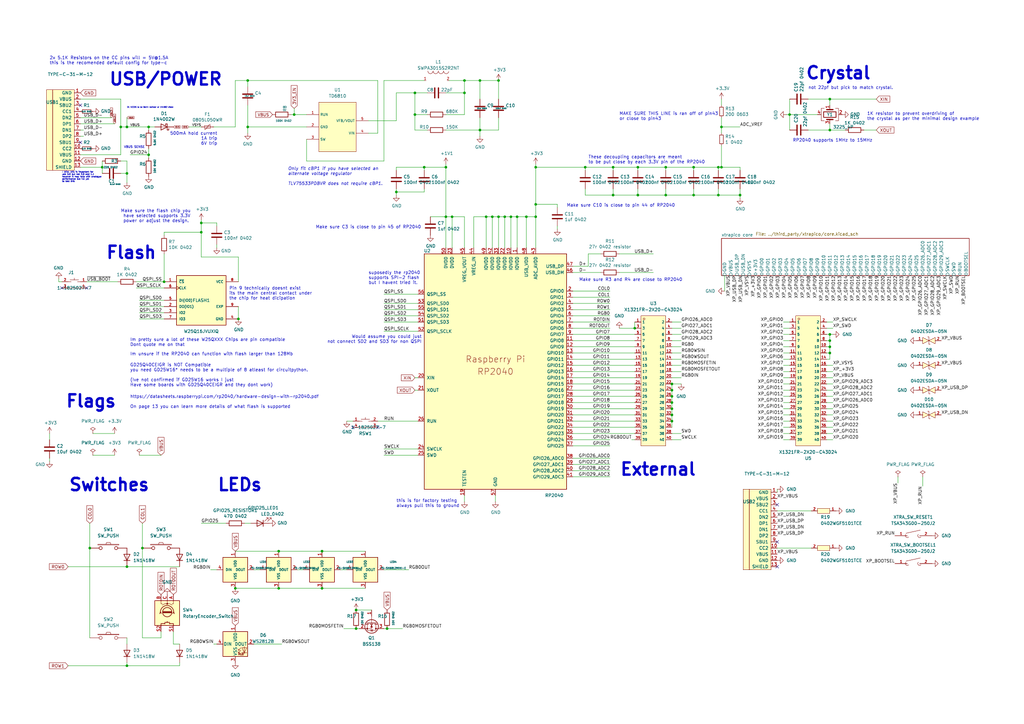
<source format=kicad_sch>
(kicad_sch (version 20230121) (generator eeschema)
  (paper "A3")
  (title_block (title "picopico") (date "2024-02-06") (rev "rev0") (company "zeriyoshi") (comment 1 "RP2040 Schema based from PICO-BOOT"))
  (junction (at 82.55 95.25))
  (junction (at 294.64 68.58))
  (junction (at 215.9 88.9))
  (junction (at 97.79 130.81))
  (junction (at 273.05 80.01))
  (junction (at 146.05 257.81))
  (junction (at 212.09 88.9))
  (junction (at 260.35 134.62))
  (junction (at 219.71 68.58))
  (junction (at 207.01 88.9))
  (junction (at 294.64 80.01))
  (junction (at 60.96 52.07))
  (junction (at 170.18 38.1))
  (junction (at 52.07 273.05))
  (junction (at 196.85 33.02))
  (junction (at 36.83 224.79))
  (junction (at 209.55 88.9))
  (junction (at 340.36 53.34))
  (junction (at 340.36 40.64))
  (junction (at 158.75 257.81))
  (junction (at 201.93 88.9))
  (junction (at 295.91 52.07))
  (junction (at 173.99 68.58))
  (junction (at 275.59 172.72))
  (junction (at 284.48 80.01))
  (junction (at 101.6 52.07))
  (junction (at 96.52 241.3))
  (junction (at 52.07 71.12))
  (junction (at 204.47 33.02))
  (junction (at 219.71 88.9))
  (junction (at 52.07 52.07))
  (junction (at 114.3 241.3))
  (junction (at 67.31 115.57))
  (junction (at 275.59 157.48))
  (junction (at 60.96 63.5))
  (junction (at 251.46 80.01))
  (junction (at 58.42 224.79))
  (junction (at 261.62 68.58))
  (junction (at 170.18 46.99))
  (junction (at 275.59 160.02))
  (junction (at 340.36 139.7))
  (junction (at 82.55 91.44))
  (junction (at 275.59 167.64))
  (junction (at 185.42 88.9))
  (junction (at 190.5 38.1))
  (junction (at 204.47 88.9))
  (junction (at 182.88 88.9))
  (junction (at 199.39 88.9))
  (junction (at 182.88 68.58))
  (junction (at 132.08 226.06))
  (junction (at 340.36 144.78))
  (junction (at 275.59 170.18))
  (junction (at 284.48 68.58))
  (junction (at 41.91 68.58))
  (junction (at 251.46 68.58))
  (junction (at 340.36 142.24))
  (junction (at 323.85 46.99))
  (junction (at 120.65 46.99))
  (junction (at 146.05 250.19))
  (junction (at 261.62 80.01))
  (junction (at 273.05 68.58))
  (junction (at 190.5 33.02))
  (junction (at 275.59 165.1))
  (junction (at 340.36 137.16))
  (junction (at 219.71 83.82))
  (junction (at 101.6 33.02))
  (junction (at 52.07 232.41))
  (junction (at 196.85 53.34))
  (junction (at 132.08 241.3))
  (junction (at 49.53 52.07))
  (junction (at 114.3 226.06))
  (junction (at 303.53 80.01))
  (junction (at 240.03 68.58))
  (junction (at 162.56 78.74))
  (junction (at 295.91 68.58))
  (junction (at 275.59 162.56))
  (no_connect (at 154.94 175.26))
  (no_connect (at 144.78 175.26))
  (no_connect (at 318.77 207.01))
  (no_connect (at 318.77 232.41))
  (no_connect (at 25.4 118.11))
  (no_connect (at 35.56 118.11))
  (no_connect (at 318.77 222.25))
  (no_connect (at 33.02 43.18))
  (no_connect (at 33.02 58.42))
  (wire (pts (xy 86.36 233.68) (xy 88.9 233.68)))
  (wire (pts (xy 378.46 195.58) (xy 378.46 199.39)))
  (wire (pts (xy 234.95 129.54) (xy 250.19 129.54)))
  (wire (pts (xy 96.52 52.07) (xy 96.52 33.02)))
  (wire (pts (xy 234.95 193.04) (xy 250.19 193.04)))
  (wire (pts (xy 209.55 101.6) (xy 209.55 88.9)))
  (wire (pts (xy 339.09 137.16) (xy 340.36 137.16)))
  (wire (pts (xy 303.53 68.58) (xy 303.53 69.85)))
  (wire (pts (xy 321.31 172.72) (xy 323.85 172.72)))
  (wire (pts (xy 101.6 33.02) (xy 101.6 35.56)))
  (wire (pts (xy 234.95 175.26) (xy 260.35 175.26)))
  (wire (pts (xy 171.45 135.89) (xy 157.48 135.89)))
  (wire (pts (xy 234.95 132.08) (xy 250.19 132.08)))
  (wire (pts (xy 101.6 52.07) (xy 101.6 54.61)))
  (wire (pts (xy 234.95 144.78) (xy 260.35 144.78)))
  (wire (pts (xy 157.48 132.08) (xy 171.45 132.08)))
  (wire (pts (xy 190.5 203.2) (xy 190.5 205.74)))
  (wire (pts (xy 340.36 53.34) (xy 331.47 53.34)))
  (wire (pts (xy 219.71 68.58) (xy 219.71 83.82)))
  (wire (pts (xy 240.03 80.01) (xy 251.46 80.01)))
  (wire (pts (xy 170.18 46.99) (xy 170.18 53.34)))
  (wire (pts (xy 295.91 52.07) (xy 295.91 54.61)))
  (wire (pts (xy 339.09 132.08) (xy 341.63 132.08)))
  (wire (pts (xy 207.01 101.6) (xy 207.01 88.9)))
  (wire (pts (xy 190.5 101.6) (xy 190.5 88.9)))
  (wire (pts (xy 171.45 184.15) (xy 157.48 184.15)))
  (wire (pts (xy 275.59 165.1) (xy 275.59 167.64)))
  (wire (pts (xy 182.88 67.31) (xy 182.88 68.58)))
  (wire (pts (xy 234.95 162.56) (xy 260.35 162.56)))
  (wire (pts (xy 297.18 113.03) (xy 297.18 119.38)))
  (wire (pts (xy 273.05 80.01) (xy 261.62 80.01)))
  (wire (pts (xy 339.09 180.34) (xy 341.63 180.34)))
  (wire (pts (xy 162.56 49.53) (xy 151.13 49.53)))
  (wire (pts (xy 190.5 46.99) (xy 182.88 46.99)))
  (wire (pts (xy 82.55 105.41) (xy 97.79 105.41)))
  (wire (pts (xy 170.18 53.34) (xy 175.26 53.34)))
  (wire (pts (xy 170.18 38.1) (xy 162.56 38.1)))
  (wire (pts (xy 170.18 38.1) (xy 170.18 46.99)))
  (wire (pts (xy 33.02 68.58) (xy 41.91 68.58)))
  (wire (pts (xy 67.31 123.19) (xy 57.15 123.19)))
  (wire (pts (xy 241.3 104.14) (xy 246.38 104.14)))
  (wire (pts (xy 60.96 52.07) (xy 63.5 52.07)))
  (wire (pts (xy 157.48 129.54) (xy 171.45 129.54)))
  (wire (pts (xy 295.91 40.64) (xy 295.91 43.18)))
  (wire (pts (xy 203.2 203.2) (xy 203.2 205.74)))
  (wire (pts (xy 53.34 63.5) (xy 60.96 63.5)))
  (wire (pts (xy 38.1 186.69) (xy 46.99 186.69)))
  (wire (pts (xy 346.71 53.34) (xy 340.36 53.34)))
  (wire (pts (xy 240.03 77.47) (xy 240.03 80.01)))
  (wire (pts (xy 321.31 137.16) (xy 323.85 137.16)))
  (wire (pts (xy 234.95 157.48) (xy 260.35 157.48)))
  (wire (pts (xy 49.53 40.64) (xy 49.53 52.07)))
  (wire (pts (xy 340.36 147.32) (xy 339.09 147.32)))
  (wire (pts (xy 204.47 88.9) (xy 207.01 88.9)))
  (wire (pts (xy 318.77 224.79) (xy 332.74 224.79)))
  (wire (pts (xy 294.64 68.58) (xy 295.91 68.58)))
  (wire (pts (xy 48.26 115.57) (xy 35.56 115.57)))
  (wire (pts (xy 157.48 127) (xy 171.45 127)))
  (wire (pts (xy 321.31 180.34) (xy 323.85 180.34)))
  (wire (pts (xy 275.59 157.48) (xy 279.4 157.48)))
  (wire (pts (xy 275.59 134.62) (xy 279.4 134.62)))
  (wire (pts (xy 275.59 180.34) (xy 279.4 180.34)))
  (wire (pts (xy 340.36 139.7) (xy 340.36 142.24)))
  (wire (pts (xy 92.71 214.63) (xy 82.55 214.63)))
  (wire (pts (xy 157.48 124.46) (xy 171.45 124.46)))
  (wire (pts (xy 147.32 257.81) (xy 146.05 257.81)))
  (wire (pts (xy 170.18 38.1) (xy 175.26 38.1)))
  (wire (pts (xy 120.65 46.99) (xy 120.65 44.45)))
  (wire (pts (xy 234.95 182.88) (xy 250.19 182.88)))
  (wire (pts (xy 321.31 142.24) (xy 323.85 142.24)))
  (wire (pts (xy 182.88 38.1) (xy 190.5 38.1)))
  (wire (pts (xy 60.96 52.07) (xy 60.96 53.34)))
  (wire (pts (xy 212.09 88.9) (xy 215.9 88.9)))
  (wire (pts (xy 240.03 69.85) (xy 240.03 68.58)))
  (wire (pts (xy 173.99 69.85) (xy 173.99 68.58)))
  (wire (pts (xy 52.07 66.04) (xy 52.07 71.12)))
  (wire (pts (xy 58.42 261.62) (xy 66.04 261.62)))
  (wire (pts (xy 339.09 175.26) (xy 341.63 175.26)))
  (wire (pts (xy 321.31 157.48) (xy 323.85 157.48)))
  (wire (pts (xy 149.86 241.3) (xy 132.08 241.3)))
  (wire (pts (xy 162.56 38.1) (xy 162.56 49.53)))
  (wire (pts (xy 38.1 177.8) (xy 46.99 177.8)))
  (wire (pts (xy 321.31 170.18) (xy 323.85 170.18)))
  (wire (pts (xy 321.31 165.1) (xy 323.85 165.1)))
  (wire (pts (xy 204.47 33.02) (xy 204.47 40.64)))
  (wire (pts (xy 321.31 154.94) (xy 323.85 154.94)))
  (wire (pts (xy 114.3 226.06) (xy 132.08 226.06)))
  (wire (pts (xy 340.36 144.78) (xy 339.09 144.78)))
  (wire (pts (xy 41.91 68.58) (xy 41.91 71.12)))
  (wire (pts (xy 101.6 52.07) (xy 125.73 52.07)))
  (wire (pts (xy 254 111.76) (xy 267.97 111.76)))
  (wire (pts (xy 97.79 115.57) (xy 97.79 105.41)))
  (wire (pts (xy 234.95 177.8) (xy 260.35 177.8)))
  (wire (pts (xy 162.56 77.47) (xy 162.56 78.74)))
  (wire (pts (xy 201.93 88.9) (xy 204.47 88.9)))
  (wire (pts (xy 49.53 52.07) (xy 49.53 63.5)))
  (wire (pts (xy 339.09 167.64) (xy 341.63 167.64)))
  (wire (pts (xy 100.33 214.63) (xy 102.87 214.63)))
  (wire (pts (xy 162.56 69.85) (xy 162.56 68.58)))
  (wire (pts (xy 196.85 48.26) (xy 196.85 53.34)))
  (wire (pts (xy 273.05 69.85) (xy 273.05 68.58)))
  (wire (pts (xy 67.31 130.81) (xy 57.15 130.81)))
  (wire (pts (xy 234.95 170.18) (xy 260.35 170.18)))
  (wire (pts (xy 196.85 33.02) (xy 204.47 33.02)))
  (wire (pts (xy 146.05 250.19) (xy 152.4 250.19)))
  (wire (pts (xy 261.62 77.47) (xy 261.62 80.01)))
  (wire (pts (xy 261.62 69.85) (xy 261.62 68.58)))
  (wire (pts (xy 318.77 200.66) (xy 318.77 201.93)))
  (wire (pts (xy 294.64 80.01) (xy 284.48 80.01)))
  (wire (pts (xy 154.94 172.72) (xy 171.45 172.72)))
  (wire (pts (xy 340.36 144.78) (xy 340.36 147.32)))
  (wire (pts (xy 139.7 233.68) (xy 142.24 233.68)))
  (wire (pts (xy 321.31 139.7) (xy 323.85 139.7)))
  (wire (pts (xy 20.32 177.8) (xy 20.32 180.34)))
  (wire (pts (xy 171.45 186.69) (xy 157.48 186.69)))
  (wire (pts (xy 162.56 68.58) (xy 173.99 68.58)))
  (wire (pts (xy 254 104.14) (xy 267.97 104.14)))
  (wire (pts (xy 294.64 80.01) (xy 303.53 80.01)))
  (wire (pts (xy 82.55 95.25) (xy 82.55 105.41)))
  (wire (pts (xy 52.07 52.07) (xy 52.07 48.26)))
  (wire (pts (xy 259.08 180.34) (xy 260.35 180.34)))
  (wire (pts (xy 204.47 53.34) (xy 204.47 48.26)))
  (wire (pts (xy 323.85 46.99) (xy 323.85 40.64)))
  (wire (pts (xy 88.9 91.44) (xy 82.55 91.44)))
  (wire (pts (xy 323.85 53.34) (xy 323.85 46.99)))
  (wire (pts (xy 60.96 60.96) (xy 60.96 63.5)))
  (wire (pts (xy 157.48 233.68) (xy 167.64 233.68)))
  (wire (pts (xy 96.52 226.06) (xy 114.3 226.06)))
  (wire (pts (xy 339.09 152.4) (xy 341.63 152.4)))
  (wire (pts (xy 185.42 101.6) (xy 185.42 88.9)))
  (wire (pts (xy 173.99 68.58) (xy 182.88 68.58)))
  (wire (pts (xy 275.59 142.24) (xy 279.4 142.24)))
  (wire (pts (xy 240.03 68.58) (xy 251.46 68.58)))
  (wire (pts (xy 234.95 180.34) (xy 250.19 180.34)))
  (wire (pts (xy 132.08 241.3) (xy 114.3 241.3)))
  (wire (pts (xy 24.13 115.57) (xy 24.13 114.3)))
  (wire (pts (xy 275.59 152.4) (xy 279.4 152.4)))
  (wire (pts (xy 162.56 78.74) (xy 162.56 80.01)))
  (wire (pts (xy 339.09 172.72) (xy 341.63 172.72)))
  (wire (pts (xy 157.48 33.02) (xy 157.48 66.04)))
  (wire (pts (xy 275.59 172.72) (xy 275.59 175.26)))
  (wire (pts (xy 284.48 68.58) (xy 294.64 68.58)))
  (wire (pts (xy 219.71 83.82) (xy 219.71 88.9)))
  (wire (pts (xy 73.66 273.05) (xy 73.66 271.78)))
  (wire (pts (xy 170.18 154.94) (xy 171.45 154.94)))
  (wire (pts (xy 194.31 101.6) (xy 194.31 88.9)))
  (wire (pts (xy 321.31 144.78) (xy 323.85 144.78)))
  (wire (pts (xy 275.59 154.94) (xy 279.4 154.94)))
  (wire (pts (xy 182.88 88.9) (xy 176.53 88.9)))
  (wire (pts (xy 251.46 69.85) (xy 251.46 68.58)))
  (wire (pts (xy 41.91 68.58) (xy 41.91 66.04)))
  (wire (pts (xy 58.42 224.79) (xy 58.42 261.62)))
  (wire (pts (xy 57.15 186.69) (xy 66.04 186.69)))
  (wire (pts (xy 303.53 81.28) (xy 303.53 80.01)))
  (wire (pts (xy 82.55 90.17) (xy 82.55 91.44)))
  (wire (pts (xy 101.6 33.02) (xy 154.94 33.02)))
  (wire (pts (xy 55.88 115.57) (xy 67.31 115.57)))
  (wire (pts (xy 20.32 187.96) (xy 20.32 189.23)))
  (wire (pts (xy 234.95 119.38) (xy 250.19 119.38)))
  (wire (pts (xy 234.95 154.94) (xy 260.35 154.94)))
  (wire (pts (xy 275.59 157.48) (xy 275.59 160.02)))
  (wire (pts (xy 171.45 160.02) (xy 170.18 160.02)))
  (wire (pts (xy 323.85 46.99) (xy 322.58 46.99)))
  (wire (pts (xy 251.46 68.58) (xy 261.62 68.58)))
  (wire (pts (xy 234.95 137.16) (xy 260.35 137.16)))
  (wire (pts (xy 125.73 66.04) (xy 125.73 57.15)))
  (wire (pts (xy 275.59 147.32) (xy 279.4 147.32)))
  (wire (pts (xy 52.07 273.05) (xy 27.94 273.05)))
  (wire (pts (xy 275.59 139.7) (xy 279.4 139.7)))
  (wire (pts (xy 171.45 120.65) (xy 157.48 120.65)))
  (wire (pts (xy 295.91 68.58) (xy 295.91 59.69)))
  (wire (pts (xy 157.48 66.04) (xy 125.73 66.04)))
  (wire (pts (xy 199.39 88.9) (xy 201.93 88.9)))
  (wire (pts (xy 234.95 152.4) (xy 260.35 152.4)))
  (wire (pts (xy 55.88 118.11) (xy 67.31 118.11)))
  (wire (pts (xy 67.31 104.14) (xy 67.31 115.57)))
  (wire (pts (xy 49.53 66.04) (xy 52.07 66.04)))
  (wire (pts (xy 234.95 134.62) (xy 250.19 134.62)))
  (wire (pts (xy 215.9 88.9) (xy 219.71 88.9)))
  (wire (pts (xy 204.47 101.6) (xy 204.47 88.9)))
  (wire (pts (xy 33.02 53.34) (xy 34.29 53.34)))
  (wire (pts (xy 52.07 264.16) (xy 52.07 261.62)))
  (wire (pts (xy 49.53 63.5) (xy 33.02 63.5)))
  (wire (pts (xy 340.36 40.64) (xy 359.41 40.64)))
  (wire (pts (xy 234.95 142.24) (xy 260.35 142.24)))
  (wire (pts (xy 33.02 55.88) (xy 34.29 55.88)))
  (wire (pts (xy 121.92 233.68) (xy 124.46 233.68)))
  (wire (pts (xy 173.99 33.02) (xy 157.48 33.02)))
  (wire (pts (xy 71.12 264.16) (xy 73.66 264.16)))
  (wire (pts (xy 251.46 80.01) (xy 261.62 80.01)))
  (wire (pts (xy 67.31 95.25) (xy 82.55 95.25)))
  (wire (pts (xy 219.71 83.82) (xy 228.6 83.82)))
  (wire (pts (xy 158.75 257.81) (xy 157.48 257.81)))
  (wire (pts (xy 295.91 48.26) (xy 295.91 52.07)))
  (wire (pts (xy 228.6 92.71) (xy 228.6 93.98)))
  (wire (pts (xy 275.59 132.08) (xy 279.4 132.08)))
  (wire (pts (xy 284.48 77.47) (xy 284.48 80.01)))
  (wire (pts (xy 58.42 214.63) (xy 58.42 224.79)))
  (wire (pts (xy 275.59 170.18) (xy 275.59 172.72)))
  (wire (pts (xy 36.83 224.79) (xy 36.83 261.62)))
  (wire (pts (xy 339.09 177.8) (xy 341.63 177.8)))
  (wire (pts (xy 196.85 33.02) (xy 196.85 40.64)))
  (wire (pts (xy 97.79 130.81) (xy 97.79 125.73)))
  (wire (pts (xy 234.95 111.76) (xy 246.38 111.76)))
  (wire (pts (xy 52.07 71.12) (xy 52.07 74.93)))
  (wire (pts (xy 273.05 77.47) (xy 273.05 80.01)))
  (wire (pts (xy 368.3 195.58) (xy 368.3 198.12)))
  (wire (pts (xy 303.53 77.47) (xy 303.53 80.01)))
  (wire (pts (xy 120.65 46.99) (xy 125.73 46.99)))
  (wire (pts (xy 114.3 241.3) (xy 96.52 241.3)))
  (wire (pts (xy 162.56 78.74) (xy 173.99 78.74)))
  (wire (pts (xy 228.6 85.09) (xy 228.6 83.82)))
  (wire (pts (xy 190.5 88.9) (xy 185.42 88.9)))
  (wire (pts (xy 321.31 177.8) (xy 323.85 177.8)))
  (wire (pts (xy 340.36 142.24) (xy 340.36 144.78)))
  (wire (pts (xy 321.31 132.08) (xy 323.85 132.08)))
  (wire (pts (xy 321.31 167.64) (xy 323.85 167.64)))
  (wire (pts (xy 234.95 195.58) (xy 250.19 195.58)))
  (wire (pts (xy 88.9 100.33) (xy 88.9 101.6)))
  (wire (pts (xy 254 134.62) (xy 260.35 134.62)))
  (wire (pts (xy 190.5 38.1) (xy 190.5 46.99)))
  (wire (pts (xy 294.64 77.47) (xy 294.64 80.01)))
  (wire (pts (xy 284.48 80.01) (xy 273.05 80.01)))
  (wire (pts (xy 82.55 91.44) (xy 82.55 95.25)))
  (wire (pts (xy 275.59 137.16) (xy 279.4 137.16)))
  (wire (pts (xy 119.38 46.99) (xy 120.65 46.99)))
  (wire (pts (xy 219.71 88.9) (xy 219.71 101.6)))
  (wire (pts (xy 87.63 264.16) (xy 88.9 264.16)))
  (wire (pts (xy 234.95 147.32) (xy 260.35 147.32)))
  (wire (pts (xy 184.15 33.02) (xy 190.5 33.02)))
  (wire (pts (xy 212.09 88.9) (xy 212.09 101.6)))
  (wire (pts (xy 154.94 33.02) (xy 154.94 54.61)))
  (wire (pts (xy 194.31 88.9) (xy 199.39 88.9)))
  (wire (pts (xy 354.33 53.34) (xy 359.41 53.34)))
  (wire (pts (xy 275.59 149.86) (xy 279.4 149.86)))
  (wire (pts (xy 234.95 165.1) (xy 260.35 165.1)))
  (wire (pts (xy 275.59 177.8) (xy 279.4 177.8)))
  (wire (pts (xy 219.71 67.31) (xy 219.71 68.58)))
  (wire (pts (xy 331.47 40.64) (xy 340.36 40.64)))
  (wire (pts (xy 104.14 233.68) (xy 106.68 233.68)))
  (wire (pts (xy 340.36 137.16) (xy 340.36 139.7)))
  (wire (pts (xy 251.46 80.01) (xy 251.46 77.47)))
  (wire (pts (xy 275.59 167.64) (xy 275.59 170.18)))
  (wire (pts (xy 170.18 46.99) (xy 175.26 46.99)))
  (wire (pts (xy 340.36 43.18) (xy 340.36 40.64)))
  (wire (pts (xy 52.07 232.41) (xy 27.94 232.41)))
  (wire (pts (xy 101.6 52.07) (xy 101.6 43.18)))
  (wire (pts (xy 234.95 121.92) (xy 250.19 121.92)))
  (wire (pts (xy 339.09 134.62) (xy 341.63 134.62)))
  (wire (pts (xy 340.36 142.24) (xy 339.09 142.24)))
  (wire (pts (xy 339.09 149.86) (xy 341.63 149.86)))
  (wire (pts (xy 234.95 167.64) (xy 260.35 167.64)))
  (wire (pts (xy 294.64 68.58) (xy 294.64 69.85)))
  (wire (pts (xy 275.59 160.02) (xy 275.59 162.56)))
  (wire (pts (xy 339.09 170.18) (xy 341.63 170.18)))
  (wire (pts (xy 154.94 54.61) (xy 151.13 54.61)))
  (wire (pts (xy 190.5 33.02) (xy 196.85 33.02)))
  (wire (pts (xy 132.08 226.06) (xy 149.86 226.06)))
  (wire (pts (xy 323.85 46.99) (xy 335.28 46.99)))
  (wire (pts (xy 234.95 139.7) (xy 260.35 139.7)))
  (wire (pts (xy 49.53 52.07) (xy 52.07 52.07)))
  (wire (pts (xy 260.35 132.08) (xy 260.35 134.62)))
  (wire (pts (xy 321.31 134.62) (xy 323.85 134.62)))
  (wire (pts (xy 234.95 172.72) (xy 260.35 172.72)))
  (wire (pts (xy 318.77 209.55) (xy 332.74 209.55)))
  (wire (pts (xy 182.88 88.9) (xy 182.88 101.6)))
  (wire (pts (xy 321.31 152.4) (xy 323.85 152.4)))
  (wire (pts (xy 321.31 149.86) (xy 323.85 149.86)))
  (wire (pts (xy 67.31 96.52) (xy 67.31 95.25)))
  (wire (pts (xy 158.75 257.81) (xy 165.1 257.81)))
  (wire (pts (xy 340.36 137.16) (xy 341.63 137.16)))
  (wire (pts (xy 321.31 175.26) (xy 323.85 175.26)))
  (wire (pts (xy 71.12 259.08) (xy 71.12 264.16)))
  (wire (pts (xy 340.36 139.7) (xy 339.09 139.7)))
  (wire (pts (xy 339.09 165.1) (xy 341.63 165.1)))
  (wire (pts (xy 52.07 232.41) (xy 73.66 232.41)))
  (wire (pts (xy 185.42 88.9) (xy 182.88 88.9)))
  (wire (pts (xy 209.55 88.9) (xy 212.09 88.9)))
  (wire (pts (xy 284.48 69.85) (xy 284.48 68.58)))
  (wire (pts (xy 33.02 50.8) (xy 46.99 50.8)))
  (wire (pts (xy 104.14 264.16) (xy 115.57 264.16)))
  (wire (pts (xy 321.31 147.32) (xy 323.85 147.32)))
  (wire (pts (xy 261.62 68.58) (xy 273.05 68.58)))
  (wire (pts (xy 140.97 257.81) (xy 146.05 257.81)))
  (wire (pts (xy 234.95 149.86) (xy 260.35 149.86)))
  (wire (pts (xy 234.95 187.96) (xy 250.19 187.96)))
  (wire (pts (xy 321.31 160.02) (xy 323.85 160.02)))
  (wire (pts (xy 234.95 190.5) (xy 250.19 190.5)))
  (wire (pts (xy 190.5 33.02) (xy 190.5 38.1)))
  (wire (pts (xy 340.36 53.34) (xy 340.36 50.8)))
  (wire (pts (xy 173.99 78.74) (xy 173.99 77.47)))
  (wire (pts (xy 182.88 53.34) (xy 196.85 53.34)))
  (wire (pts (xy 295.91 68.58) (xy 303.53 68.58)))
  (wire (pts (xy 321.31 162.56) (xy 323.85 162.56)))
  (wire (pts (xy 234.95 127) (xy 250.19 127)))
  (wire (pts (xy 33.02 40.64) (xy 49.53 40.64)))
  (wire (pts (xy 36.83 214.63) (xy 36.83 224.79)))
  (wire (pts (xy 201.93 101.6) (xy 201.93 88.9)))
  (wire (pts (xy 241.3 104.14) (xy 241.3 109.22)))
  (wire (pts (xy 207.01 88.9) (xy 209.55 88.9)))
  (wire (pts (xy 219.71 68.58) (xy 240.03 68.58)))
  (wire (pts (xy 339.09 162.56) (xy 341.63 162.56)))
  (wire (pts (xy 199.39 101.6) (xy 199.39 88.9)))
  (wire (pts (xy 182.88 68.58) (xy 182.88 88.9)))
  (wire (pts (xy 234.95 109.22) (xy 241.3 109.22)))
  (wire (pts (xy 234.95 124.46) (xy 250.19 124.46)))
  (wire (pts (xy 339.09 157.48) (xy 341.63 157.48)))
  (wire (pts (xy 25.4 115.57) (xy 24.13 115.57)))
  (wire (pts (xy 339.09 154.94) (xy 341.63 154.94)))
  (wire (pts (xy 144.78 172.72) (xy 142.24 172.72)))
  (wire (pts (xy 196.85 53.34) (xy 204.47 53.34)))
  (wire (pts (xy 67.31 128.27) (xy 57.15 128.27)))
  (wire (pts (xy 295.91 52.07) (xy 303.53 52.07)))
  (wire (pts (xy 49.53 71.12) (xy 52.07 71.12)))
  (wire (pts (xy 234.95 160.02) (xy 260.35 160.02)))
  (wire (pts (xy 87.63 52.07) (xy 96.52 52.07)))
  (wire (pts (xy 275.59 144.78) (xy 279.4 144.78)))
  (wire (pts (xy 196.85 55.88) (xy 196.85 53.34)))
  (wire (pts (xy 275.59 162.56) (xy 275.59 165.1)))
  (wire (pts (xy 273.05 68.58) (xy 284.48 68.58)))
  (wire (pts (xy 33.02 48.26) (xy 45.72 48.26)))
  (wire (pts (xy 77.47 52.07) (xy 82.55 52.07)))
  (wire (pts (xy 88.9 92.71) (xy 88.9 91.44)))
  (wire (pts (xy 52.07 273.05) (xy 52.07 271.78)))
  (wire (pts (xy 96.52 33.02) (xy 101.6 33.02)))
  (wire (pts (xy 52.07 52.07) (xy 60.96 52.07)))
  (wire (pts (xy 66.04 261.62) (xy 66.04 259.08)))
  (wire (pts (xy 60.96 63.5) (xy 60.96 64.77)))
  (wire (pts (xy 73.66 273.05) (xy 52.07 273.05)))
  (wire (pts (xy 57.15 125.73) (xy 67.31 125.73)))
  (wire (pts (xy 339.09 160.02) (xy 341.63 160.02)))
  (wire (pts (xy 215.9 101.6) (xy 215.9 88.9)))
  (text "I think this is important for \nusb 3.0 but not 2.0 and 1.1\nhowever it may help with analogue\nperformance but ive yet\nto test this" (at 25.4 74.93 0) (effects (font (size 0.6 0.6)) (justify left bottom)))
  (text "Switches" (at 27.94 201.93 0) (effects (font (size 5.0038 5.0038) (thickness 1.0008) bold) (justify left bottom)))
  (text "2x 5.1K Resistors on the CC pins will = 5V@1.5A\nthis is the recomended default config for type-c" (at 20.32 26.67 0) (effects (font (size 1.27 1.27)) (justify left bottom)))
  (text "Flash" (at 43.18 106.68 0) (effects (font (size 5.0038 5.0038) (thickness 1.0008) bold) (justify left bottom)))
  (text "D1 NEEDS to be 0omh resistor or 1N4002 diode" (at 52.07 44.45 0) (effects (font (size 0.508 0.508)) (justify left bottom)))
  (text "RP2040 supports 1MHz to 15MHz" (at 325.12 58.42 0) (effects (font (size 1.27 1.27)) (justify left bottom)))
  (text "LEDs" (at 88.9 201.93 0) (effects (font (size 5.0038 5.0038) (thickness 1.0008) bold) (justify left bottom)))
  (text "500mA hold current\n1A trip\n6V trip" (at 89.154 59.69 0) (effects (font (size 1.27 1.27)) (justify right bottom)))
  (text "Make sure C10 is close to pin 44 of RP2040" (at 232.41 85.09 0) (effects (font (size 1.27 1.27)) (justify left bottom)))
  (text "Crystal" (at 330.2 33.02 0) (effects (font (size 5.0038 5.0038) (thickness 1.0008) bold) (justify left bottom)))
  (text "not 22pf but pick to match crystal." (at 331.47 36.83 0) (effects (font (size 1.27 1.27)) (justify left bottom)))
  (text "These decoupling capacitors are meant\nto be put close by each 3.3V pin of the RP2040" (at 241.3 67.31 0) (effects (font (size 1.27 1.27)) (justify left bottom)))
  (text "Only fit cBP1 if you have selected an \nalternate voltage regulator\n\nTLV75533PDBVR does not require cBP1." (at 118.11 76.2 0) (effects (font (size 1.27 1.27) italic) (justify left bottom)))
  (text "Make sure R3 and R4 are close to RP2040" (at 237.49 115.57 0) (effects (font (size 1.27 1.27)) (justify left bottom)))
  (text "Make sure C3 is close to pin 45 of RP2040" (at 172.72 93.98 0) (effects (font (size 1.27 1.27)) (justify right bottom)))
  (text "External" (at 254 195.58 0) (effects (font (size 5.0038 5.0038) (thickness 1.0008) bold) (justify left bottom)))
  (text "Flags" (at 26.67 167.64 0) (effects (font (size 5.0038 5.0038) (thickness 1.0008) bold) (justify left bottom)))
  (text "USB/POWER" (at 44.45 35.56 0) (effects (font (size 5.0038 5.0038) (thickness 1.0008) bold) (justify left bottom)))
  (text "VBUS SENSE" (at 50.8 60.96 0) (effects (font (size 0.9 0.9)) (justify left bottom)))
  (text "Im unsure if the RP2040 can function with flash larger than 128Mb" (at 53.34 146.05 0) (effects (font (size 1.27 1.27)) (justify left bottom)))
  (text "this is for factory testing\nalways pull this to ground" (at 162.56 208.28 0) (effects (font (size 1.27 1.27)) (justify left bottom)))
  (text "MAKE SURE THIS LINE is ran off of pin43\nor close to pin43" (at 254 49.53 0) (effects (font (size 1.27 1.27)) (justify left bottom)))
  (text "Would assume you could just\nnot connect SD2 and SD3 for non QSPI" (at 172.974 140.97 0) (effects (font (size 1.27 1.27)) (justify right bottom)))
  (text "Make sure the flash chip you\n have selected supports 3.3V\n power or adjust the design." (at 49.53 91.44 0) (effects (font (size 1.27 1.27)) (justify left bottom)))
  (text "Pin 9 technically doesnt exist\nits the main central contact under\nthe chip for heat dicipation" (at 93.98 123.19 0) (effects (font (size 1.27 1.27)) (justify left bottom)))
  (text "1K resistor to prevent overdriving of \nthe crystal as per the minimal design example" (at 355.6 49.53 0) (effects (font (size 1.27 1.27)) (justify left bottom)))
  (text "GD25Q40CEIGR is NOT Compatible\nyou need GD25W16* needs to be a multiple of 8 atleast for circuitpython.\n\n(Ive not confirmed if GD25W16 works I just \nHave some boards with GD25Q40CEIGR and they dont work)" (at 53.34 158.75 0) (effects (font (size 1.27 1.27)) (justify left bottom)))
  (text "Im pretty sure a lot of these W25QXXX Chips are pin compatible\nDont quote me on that" (at 53.34 142.24 0) (effects (font (size 1.27 1.27)) (justify left bottom)))
  (text "suposedly the rp2040\nsupports SPI-2 flash\nbut I havent tried it.\n" (at 151.13 116.84 0) (effects (font (size 1.27 1.27)) (justify left bottom)))
  (text "https://datasheets.raspberrypi.com/rp2040/hardware-design-with-rp2040.pdf\n\nOn page 13 you can learn more details of what flash is supported\n" (at 53.34 167.64 0) (effects (font (size 1.27 1.27)) (justify left bottom)))
  (label "RGB0IN" (at 86.36 233.68 180))
  (label "USB_D+" (at 34.29 55.88 0))
  (label "XP_GPIO27_ADC1" (at 381 113.03 270))
  (label "USB_D+" (at 267.97 104.14 180))
  (label "GPIO8" (at 250.19 139.7 180))
  (label "XP_GPIO5" (at 325.12 113.03 270))
  (label "GPIO24" (at 250.19 180.34 180))
  (label "GPIO19" (at 250.19 167.64 180))
  (label "XP_GPIO14" (at 347.98 113.03 270))
  (label "GPIO27_ADC1" (at 250.19 190.5 180))
  (label "XP_GPIO29_ADC3" (at 341.63 157.48 0))
  (label "XP_GPIO0" (at 321.31 132.08 180))
  (label "XP_GPIO10" (at 321.31 157.48 180))
  (label "XP_GPIO15" (at 350.52 113.03 270))
  (label "GPIO24" (at 53.34 63.5 0))
  (label "XP_USB_DN" (at 386.08 170.18 0))
  (label "XP_GPIO19" (at 360.68 113.03 270))
  (label "GPIO14" (at 250.19 154.94 180))
  (label "RGB0OUT" (at 167.64 233.68 0))
  (label "XP_GPIO13" (at 345.44 113.03 270))
  (label "GPIO22" (at 250.19 175.26 180))
  (label "GPIO16" (at 250.19 160.02 180))
  (label "XP_GPIO16" (at 353.06 113.03 270))
  (label "SWD" (at 157.48 186.69 0))
  (label "XP_GPIO9" (at 335.28 113.03 270))
  (label "USB_D-" (at 34.29 53.34 0))
  (label "XP_RUN" (at 378.46 199.39 270))
  (label "SWD" (at 279.4 177.8 0))
  (label "RGB0" (at 279.4 142.24 0))
  (label "XP_USB_DP" (at 302.26 113.03 270))
  (label "D+" (at 237.49 109.22 0))
  (label "QSPI_SD1" (at 57.15 125.73 0))
  (label "XP_GPIO20" (at 341.63 180.34 0))
  (label "XP_USB_DN" (at 318.77 217.17 0))
  (label "GPIO18" (at 250.19 165.1 180))
  (label "XP_GPIO25" (at 375.92 113.03 270))
  (label "RGB0" (at 250.19 129.54 180))
  (label "XP_GPIO4" (at 322.58 113.03 270))
  (label "XP_GPIO5" (at 321.31 144.78 180))
  (label "XP_BOOTSEL" (at 396.24 113.03 270))
  (label "XP_GPIO17" (at 321.31 175.26 180))
  (label "XP_VSYS" (at 341.63 149.86 0))
  (label "XP_+3V3" (at 309.88 113.03 270))
  (label "GPIO29_ADC3" (at 279.4 139.7 0))
  (label "GPIO9" (at 250.19 142.24 180))
  (label "QSPI_SCLK" (at 55.88 118.11 0))
  (label "XP_GPIO29_ADC3" (at 386.08 113.03 270))
  (label "QSPI_SD0" (at 157.48 124.46 0))
  (label "XP_GPIO6" (at 327.66 113.03 270))
  (label "XP_GPIO12" (at 321.31 162.56 180))
  (label "COL1" (at 250.19 121.92 180))
  (label "D-" (at 237.49 111.76 0))
  (label "XP_GPIO7" (at 330.2 113.03 270))
  (label "ROT0OUT" (at 250.19 134.62 180))
  (label "XP_VBUS" (at 386.08 139.7 0))
  (label "GPIO17" (at 250.19 162.56 180))
  (label "XP_GPIO28_ADC2" (at 383.54 113.03 270))
  (label "XP_SWD" (at 391.16 113.03 270))
  (label "GPIO11" (at 250.19 147.32 180))
  (label "RGB0MOSFETOUT" (at 165.1 257.81 0))
  (label "XP_VSYS" (at 307.34 113.03 270))
  (label "XP_GPIO20" (at 363.22 113.03 270))
  (label "RGB0MOSFETOUT" (at 279.4 152.4 0))
  (label "XP_USB_DN" (at 304.8 113.03 270))
  (label "ROT0IN" (at 250.19 132.08 180))
  (label "ROW1" (at 250.19 127 180))
  (label "XP_GPIO26_ADC0" (at 341.63 165.1 0))
  (label "USB_D-" (at 34.29 48.26 0))
  (label "RGB0WSOUT" (at 279.4 147.32 0))
  (label "XP_SWCLK" (at 388.62 113.03 270))
  (label "COL0" (at 250.19 119.38 180))
  (label "GPIO13" (at 250.19 152.4 180))
  (label "XP_GPIO3" (at 320.04 113.03 270))
  (label "XP_USB_DP" (at 318.77 219.71 0))
  (label "RGB0WSIN" (at 87.63 264.16 180))
  (label "GPIO20" (at 250.19 170.18 180))
  (label "QSPI_SD2" (at 57.15 128.27 0))
  (label "QSPI_SD3" (at 57.15 130.81 0))
  (label "XP_GPIO13" (at 321.31 165.1 180))
  (label "XP_GPIO15" (at 321.31 170.18 180))
  (label "ROW0" (at 250.19 124.46 180))
  (label "XP_RUN" (at 393.7 113.03 270))
  (label "RGB0WSIN" (at 279.4 144.78 0))
  (label "GPIO10" (at 250.19 144.78 180))
  (label "XP_BOOTSEL" (at 367.03 231.14 180))
  (label "XP_GPIO21" (at 341.63 177.8 0))
  (label "XP_GPIO22" (at 341.63 175.26 0))
  (label "XP_GPIO7" (at 321.31 149.86 180))
  (label "XP_GPIO24" (at 341.63 170.18 0))
  (label "RGB0IN" (at 279.4 154.94 0))
  (label "GPIO7" (at 250.19 137.16 180))
  (label "XP_GPIO2" (at 317.5 113.03 270))
  (label "XP_SWCLK" (at 341.63 132.08 0))
  (label "VBUS" (at 53.34 52.07 0) (effects (font (size 0.9906 0.9906))))
  (label "XP_GPIO26_ADC0" (at 378.46 113.03 270))
  (label "XP_VBUS" (at 318.77 227.33 0))
  (label "XP_GPIO21" (at 365.76 113.03 270))
  (label "GPIO28_ADC2" (at 279.4 137.16 0))
  (label "XP_GPIO27_ADC1" (at 341.63 162.56 0))
  (label "XP_GPIO14" (at 321.31 167.64 180))
  (label "QSPI_SS" (at 58.42 115.57 0))
  (label "XP_+3V3" (at 341.63 152.4 0))
  (label "XP_VBUS" (at 341.63 154.94 0))
  (label "USB_D+" (at 34.29 50.8 0))
  (label "XP_GPIO11" (at 321.31 160.02 180))
  (label "XP_SWD" (at 341.63 134.62 0))
  (label "XP_GPIO1" (at 321.31 134.62 180))
  (label "ADC_VREF" (at 303.53 52.07 0))
  (label "GPIO21" (at 250.19 172.72 180))
  (label "XP_GPIO1" (at 314.96 113.03 270))
  (label "XP_GPIO11" (at 340.36 113.03 270))
  (label "XP_GPIO8" (at 332.74 113.03 270))
  (label "XP_GPIO22" (at 368.3 113.03 270))
  (label "QSPI_SCLK" (at 157.48 135.89 0))
  (label "XP_VBUS" (at 318.77 204.47 0))
  (label "XP_GPIO2" (at 321.31 137.16 180))
  (label "XP_GPIO10" (at 337.82 113.03 270))
  (label "XP_GPIO17" (at 355.6 113.03 270))
  (label "SWCLK" (at 279.4 180.34 0))
  (label "QSPI_SS" (at 157.48 120.65 0))
  (label "SWCLK" (at 157.48 184.15 0))
  (label "XP_GPIO18" (at 358.14 113.03 270))
  (label "XP_VBUS" (at 299.72 113.03 270))
  (label "XP_GPIO23" (at 341.63 172.72 0))
  (label "GPIO28_ADC2" (at 250.19 193.04 180))
  (label "XP_GPIO23" (at 370.84 113.03 270))
  (label "~{USB_BOOT}" (at 35.56 115.57 0))
  (label "XP_GPIO24" (at 373.38 113.03 270))
  (label "GPIO27_ADC1" (at 279.4 134.62 0))
  (label "XP_GPIO0" (at 312.42 113.03 270))
  (label "XP_GPIO18" (at 321.31 177.8 180))
  (label "XP_GPIO12" (at 342.9 113.03 270))
  (label "RUN" (at 157.48 172.72 0))
  (label "XP_GPIO25" (at 341.63 167.64 0))
  (label "XP_VBUS" (at 368.3 198.12 270))
  (label "QSPI_SD2" (at 157.48 129.54 0))
  (label "XP_GPIO3" (at 321.31 139.7 180))
  (label "VSYS" (at 78.74 52.07 0) (effects (font (size 0.9906 0.9906))))
  (label "GPIO25" (at 250.19 182.88 180))
  (label "XP_GPIO9" (at 321.31 154.94 180))
  (label "RGB0WSOUT" (at 115.57 264.16 0))
  (label "GPIO25" (at 82.55 214.63 0))
  (label "GPIO15" (at 250.19 157.48 180))
  (label "XP_GPIO16" (at 321.31 172.72 180))
  (label "XP_GPIO28_ADC2" (at 341.63 160.02 0))
  (label "RGB0MOSFETIN" (at 140.97 257.81 180))
  (label "GPIO12" (at 250.19 149.86 180))
  (label "QSPI_SD3" (at 157.48 132.08 0))
  (label "QSPI_SD1" (at 157.48 127 0))
  (label "RGB0OUT" (at 259.08 180.34 180))
  (label "XP_GPIO4" (at 321.31 142.24 180))
  (label "XP_GPIO8" (at 321.31 152.4 180))
  (label "USB_D-" (at 267.97 111.76 180))
  (label "XP_RUN" (at 367.03 219.71 180))
  (label "XP_VBUS" (at 386.08 149.86 0))
  (label "GPIO29_ADC3" (at 250.19 195.58 180))
  (label "XP_GPIO19" (at 321.31 180.34 180))
  (label "XP_USB_DN" (at 318.77 212.09 0))
  (label "RGB0MOSFETIN" (at 279.4 149.86 0))
  (label "GPIO26_ADC0" (at 250.19 187.96 180))
  (label "GPIO26_ADC0" (at 279.4 132.08 0))
  (label "XP_USB_DP" (at 318.77 214.63 0))
  (label "XP_GPIO6" (at 321.31 147.32 180))
  (label "XP_USB_DP" (at 386.08 160.02 0))
  (label "QSPI_SD0" (at 57.15 123.19 0))
  (label "GPIO23" (at 250.19 177.8 180))
  (global_label "VBUS" (shape input) (at 96.52 256.54 90) (property "Intersheetrefs" "${INTERSHEET_REFS}" (effects hide)))
  (global_label "XIN" (shape input) (at 170.18 154.94 180) (property "Intersheetrefs" "${INTERSHEET_REFS}" (effects hide)))
  (global_label "USB_D+" (shape input) (at 46.99 50.8 90) (effects (font (size 0.508 0.508))) (property "Intersheetrefs" "${INTERSHEET_REFS}" (effects hide)))
  (global_label "COL0" (shape input) (at 36.83 214.63 90) (property "Intersheetrefs" "${INTERSHEET_REFS}" (effects hide)))
  (global_label "XOUT" (shape input) (at 359.41 53.34 0) (property "Intersheetrefs" "${INTERSHEET_REFS}" (effects hide)))
  (global_label "ROT0OUT" (shape input) (at 71.12 243.84 90) (property "Intersheetrefs" "${INTERSHEET_REFS}" (effects hide)))
  (global_label "VBUS" (shape input) (at 96.52 226.06 90) (property "Intersheetrefs" "${INTERSHEET_REFS}" (effects hide)))
  (global_label "VSYS" (shape input) (at 77.47 52.07 180) (effects (font (size 0.508 0.508))) (property "Intersheetrefs" "${INTERSHEET_REFS}" (effects hide)))
  (global_label "VBUS" (shape input) (at 111.76 46.99 180) (effects (font (size 1.1938 1.1938))) (property "Intersheetrefs" "${INTERSHEET_REFS}" (effects hide)))
  (global_label "USB_D-" (shape input) (at 45.72 48.26 90) (effects (font (size 0.508 0.508))) (property "Intersheetrefs" "${INTERSHEET_REFS}" (effects hide)))
  (global_label "XIN" (shape input) (at 359.41 40.64 0) (property "Intersheetrefs" "${INTERSHEET_REFS}" (effects hide)))
  (global_label "ROW0" (shape input) (at 27.94 232.41 180) (property "Intersheetrefs" "${INTERSHEET_REFS}" (effects hide)))
  (global_label "VBUS" (shape input) (at 66.04 186.69 90) (property "Intersheetrefs" "${INTERSHEET_REFS}" (effects hide)))
  (global_label "XOUT" (shape input) (at 170.18 160.02 180) (property "Intersheetrefs" "${INTERSHEET_REFS}" (effects hide)))
  (global_label "VBUS" (shape input) (at 158.75 250.19 90) (property "Intersheetrefs" "${INTERSHEET_REFS}" (effects hide)))
  (global_label "ROT0IN" (shape input) (at 66.04 243.84 90) (property "Intersheetrefs" "${INTERSHEET_REFS}" (effects hide)))
  (global_label "VSYS" (shape input) (at 71.12 52.07 0) (effects (font (size 0.508 0.508))) (property "Intersheetrefs" "${INTERSHEET_REFS}" (effects hide)))
  (global_label "COL1" (shape input) (at 58.42 214.63 90) (property "Intersheetrefs" "${INTERSHEET_REFS}" (effects hide)))
  (global_label "VBUS" (shape input) (at 52.07 48.26 0) (effects (font (size 0.508 0.508))) (property "Intersheetrefs" "${INTERSHEET_REFS}" (effects hide)))
  (global_label "3V3_EN" (shape input) (at 120.65 44.45 90) (property "Intersheetrefs" "${INTERSHEET_REFS}" (effects hide)))
  (global_label "GND" (shape input) (at 33.02 66.04 0) (property "Intersheetrefs" "${INTERSHEET_REFS}" (effects hide)))
  (global_label "GND" (shape input) (at 33.02 38.1 0) (property "Intersheetrefs" "${INTERSHEET_REFS}" (effects hide)))
  (global_label "ROW1" (shape input) (at 27.94 273.05 180) (property "Intersheetrefs" "${INTERSHEET_REFS}" (effects hide)))
  (symbol (lib_id "Device:R") (at 60.96 68.58 0) (unit 1)
    (property "Reference" "R6" (at 57.15 67.31 0) (effects (justify left)))
    (property "Value" "10K 0402" (at 63.5 71.12 90) (effects (font (size 0.762 0.762)) (justify left)))
    (property "Footprint" "Resistor_SMD:R_0402_1005Metric" (effects hide))
    (property "LCSC" " " (effects hide))
  )
  (symbol (lib_id "Device:R") (at 350.52 53.34 270) (unit 1)
    (property "Reference" "R15" (at 350.52 48.0822 90))
    (property "Value" "1K 0402" (at 350.52 50.3936 90))
    (property "Footprint" "Resistor_SMD:R_0402_1005Metric" (effects hide))
    (property "LCSC" " " (effects hide))
  )
  (symbol (lib_id "Device:R") (at 250.19 111.76 270) (unit 1)
    (property "Reference" "R12" (at 250.19 106.5022 90))
    (property "Value" "27r 0402 resistor" (at 250.19 108.8136 90))
    (property "Footprint" "Resistor_SMD:R_0402_1005Metric" (effects hide))
    (property "LCSC" " " (effects hide))
  )
  (symbol (lib_id "PB_VSYS:GND") (at 297.18 119.38 270) (unit 1)
    (property "Reference" "#PWR036" (effects hide))
    (property "Value" "GND" (at 293.37 119.38 90) (effects (justify right)))
  )
  (symbol (lib_id "kbd:SW_PUSH") (at 44.45 261.62 0) (unit 1)
    (property "Reference" "SW2" (at 44.45 254 0))
    (property "Value" "SW_PUSH" (at 44.45 256.54 0))
    (property "Footprint" "Switch_Keyboard_Hotswap_Kailh:SW_Hotswap_Kailh_MX_1.00u" (effects hide))
  )
  (symbol (lib_id "power:PWR_FLAG") (at 368.3 195.58 0) (unit 1)
    (property "Reference" "#FLG04" (effects hide))
    (property "Value" "PWR_FLAG" (at 368.3 190.5 0))
  )
  (symbol (lib_id "PB_VSYS:GND") (at 279.4 157.48 0) (unit 1)
    (property "Reference" "#PWR026" (effects hide))
    (property "Value" "GND" (at 279.4 162.56 0))
  )
  (symbol (lib_id "kbd:YS-SK6812MINI-E") (at 114.3 233.68 0) (unit 1)
    (property "Reference" "LED2" (at 125.73 230.4656 0) (effects (font (size 0.7366 0.7366))))
    (property "Value" "YS-SK6812MINI-E" (at 125.73 233.0056 0) (effects (font (size 0.7366 0.7366))))
    (property "Footprint" "kbd:YS-SK6812MINI-E" (effects hide))
  )
  (symbol (lib_id "Device:R_Small") (at 35.56 45.72 270) (unit 1)
    (property "Reference" "R1" (at 35.56 43.18 90))
    (property "Value" "5.1K 0402" (at 35.56 45.72 90) (effects (font (size 0.508 0.508))))
    (property "Footprint" "Resistor_SMD:R_0402_1005Metric" (effects hide))
    (property "LCSC" " " (effects hide))
  )
  (symbol (lib_id "Device:R") (at 179.07 53.34 270) (unit 1)
    (property "Reference" "R10" (at 173.99 52.07 90))
    (property "Value" "150K" (at 185.42 52.07 90))
    (property "Footprint" "Resistor_SMD:R_0402_1005Metric" (effects hide))
    (property "LCSC" " " (effects hide))
  )
  (symbol (lib_id "power:GND") (at 303.53 81.28 0) (unit 1)
    (property "Reference" "#PWR028" (effects hide))
    (property "Value" "GND" (at 303.657 85.6742 0))
  )
  (symbol (lib_id "Device:D") (at 52.07 267.97 90) (unit 1)
    (property "Reference" "D3" (at 54.61 266.6999 90) (effects (justify right)))
    (property "Value" "1N1418W" (at 54.61 269.2399 90) (effects (justify right)))
    (property "Footprint" "Diode_SMD:D_SOD-123" (effects hide))
    (property "Sim.Device" "D" (effects hide))
    (property "Sim.Pins" "1=K 2=A" (effects hide))
  )
  (symbol (lib_id "Device:R") (at 52.07 115.57 270) (unit 1)
    (property "Reference" "R4" (at 52.07 110.3122 90))
    (property "Value" "1K 0402" (at 52.07 112.6236 90))
    (property "Footprint" "Resistor_SMD:R_0402_1005Metric" (effects hide))
    (property "LCSC" " " (effects hide))
  )
  (symbol (lib_id "Device:R") (at 60.96 57.15 0) (unit 1)
    (property "Reference" "R5" (at 57.15 55.88 0) (effects (justify left)))
    (property "Value" "5.6K 0402" (at 63.5 59.69 90) (effects (font (size 0.762 0.762)) (justify left)))
    (property "Footprint" "Resistor_SMD:R_0402_1005Metric" (effects hide))
    (property "LCSC" " " (effects hide))
  )
  (symbol (lib_id "Device:C") (at 20.32 184.15 0) (unit 1)
    (property "Reference" "C2" (at 23.241 182.9816 0) (effects (justify left)))
    (property "Value" "10uf 0402" (at 23.241 185.293 0) (effects (justify left)))
    (property "Footprint" "Capacitor_SMD:C_0603_1608Metric" (effects hide))
    (property "LCSC" " " (effects hide))
  )
  (symbol (lib_id "PB_MCU_RaspberryPi_RP2040:RP2040") (at 203.2 152.4 0) (unit 1)
    (property "Reference" "U2" (at 175.26 102.87 0))
    (property "Value" "RP2040" (at 227.33 203.2 0))
    (property "Footprint" "PB_RP2040_minimal:RP2040-QFN-56" (effects hide))
    (property "LCSC" " C2040" (effects hide))
  )
  (symbol (lib_id "Device:C") (at 284.48 73.66 0) (unit 1)
    (property "Reference" "C16" (at 287.401 72.4916 0) (effects (justify left)))
    (property "Value" "100nf 0402" (at 287.401 74.803 0) (effects (justify left)))
    (property "Footprint" "Capacitor_SMD:C_0402_1005Metric" (effects hide))
    (property "LCSC" " " (effects hide))
  )
  (symbol (lib_id "PB_VSYS:GND") (at 318.77 229.87 90) (unit 1)
    (property "Reference" "#PWR043" (effects hide))
    (property "Value" "GND" (at 322.58 229.87 90) (effects (justify right)))
  )
  (symbol (lib_id "power:GND") (at 176.53 96.52 0) (unit 1)
    (property "Reference" "#PWR018" (effects hide))
    (property "Value" "GND" (at 176.657 100.9142 0))
  )
  (symbol (lib_id "Device:C") (at 196.85 44.45 0) (unit 1)
    (property "Reference" "C9" (at 199.771 43.2816 0) (effects (justify left)))
    (property "Value" "10uf 0603" (at 195.58 44.45 0) (effects (font (size 0.508 0.508)) (justify left)))
    (property "Footprint" "Capacitor_SMD:C_0603_1608Metric" (effects hide))
    (property "LCSC" " " (effects hide))
  )
  (symbol (lib_id "power:GND") (at 38.1 60.96 90) (unit 1)
    (property "Reference" "#PWR03" (effects hide))
    (property "Value" "GND" (at 41.3512 60.833 90) (effects (justify right)))
  )
  (symbol (lib_id "Device:R") (at 250.19 104.14 270) (unit 1)
    (property "Reference" "R11" (at 250.19 98.8822 90))
    (property "Value" "27r 0402 resistor" (at 250.19 101.1936 90))
    (property "Footprint" "Resistor_SMD:R_0402_1005Metric" (effects hide))
    (property "LCSC" " " (effects hide))
  )
  (symbol (lib_id "Device:C") (at 327.66 40.64 90) (unit 1)
    (property "Reference" "C19" (at 326.4916 37.719 0) (effects (justify left)))
    (property "Value" "22pf 0402" (at 328.803 37.719 0) (effects (justify left)))
    (property "Footprint" "Capacitor_SMD:C_0402_1005Metric" (effects hide))
    (property "LCSC" " " (effects hide))
  )
  (symbol (lib_id "power:+3V3") (at 146.05 250.19 0) (unit 1)
    (property "Reference" "#PWR015" (effects hide))
    (property "Value" "+3V3" (at 146.431 245.7958 0))
  )
  (symbol (lib_id "Device:Crystal_GND24") (at 340.36 46.99 270) (unit 1)
    (property "Reference" "Y1" (at 339.09 46.99 90) (effects (justify left)))
    (property "Value" "3225_4P" (at 341.63 52.07 90) (effects (justify left)))
    (property "Footprint" "Crystal:Crystal_SMD_3225-4Pin_3.2x2.5mm" (effects hide))
    (property "LCSC" " " (effects hide))
  )
  (symbol (lib_id "JLCPCB_TSA343G00-250J2:TSA343G00-250J2") (at 374.65 231.14 0) (unit 1)
    (property "Reference" "XTRA_SW_BOOTSEL1" (at 374.5384 223.52 0))
    (property "Value" "TSA343G00-250J2" (at 374.5384 226.06 0))
    (property "Footprint" "JLCPCB:SW-SMD_L4.0-W2.9-LS5.0" (effects hide))
    (property "Datasheet" "https://item.szlcsc.com/330471.html" (effects hide))
    (property "LCSC" "C354946" (effects hide))
  )
  (symbol (lib_id "Device:D") (at 52.07 228.6 90) (unit 1)
    (property "Reference" "D2" (at 54.61 227.3299 90) (effects (justify right)))
    (property "Value" "1N1418W" (at 54.61 229.8699 90) (effects (justify right)))
    (property "Footprint" "Diode_SMD:D_SOD-123" (effects hide))
    (property "Sim.Device" "D" (effects hide))
    (property "Sim.Pins" "1=K 2=A" (effects hide))
  )
  (symbol (lib_id "kbd:YS-SK6812MINI-E") (at 149.86 233.68 0) (unit 1)
    (property "Reference" "LED4" (at 161.29 230.4656 0) (effects (font (size 0.7366 0.7366))))
    (property "Value" "YS-SK6812MINI-E" (at 161.29 233.0056 0) (effects (font (size 0.7366 0.7366))))
    (property "Footprint" "kbd:YS-SK6812MINI-E" (effects hide))
  )
  (symbol (lib_id "JLC2KiCadLib_1-1825027-7:1-1825027-7") (at 149.86 172.72 0) (unit 1)
    (property "Reference" "RSW1" (at 149.86 177.8 0))
    (property "Value" "1-1825027-7" (at 151.13 175.26 0))
    (property "Footprint" "JLC2KiCadLib:SW-TH_KH-6X6X4.3H-ZJ" (effects hide))
    (property "Datasheet" "https://atta.szlcsc.com/upload/public/pdf/source/20210608/C2837540_55E89FE93E5DC02BF758C11D9ABAB66F.pdf" (effects hide))
    (property "LCSC" "C592923" (effects hide))
  )
  (symbol (lib_id "Device:D_Schottky") (at 67.31 52.07 180) (unit 1)
    (property "Reference" "D1" (at 67.31 46.5582 0))
    (property "Value" "1N4002W" (at 67.31 48.8696 0))
    (property "Footprint" "Diode_SMD:D_SOD-123" (effects hide))
    (property "LCSC" " " (effects hide))
  )
  (symbol (lib_id "PB_W25Q256JVEIQ_TR:W25Q256JVEIQ_TR") (at 82.55 123.19 0) (unit 1)
    (property "Reference" "FLASH1" (at 82.55 123.19 0))
    (property "Value" "W25Q16JVUXIQ" (at 82.55 135.89 0))
    (property "Footprint" "PB_W25Q256JVEIQ_TR:SON127P800X600X80-9N" (effects hide))
    (property "MANUFACTURER" "Winbond Electronics Corp." (effects hide))
  )
  (symbol (lib_id "Device:RotaryEncoder_Switch") (at 68.58 251.46 270) (unit 1)
    (property "Reference" "SW4" (at 74.93 250.19 90) (effects (justify left)))
    (property "Value" "RotaryEncoder_Switch" (at 74.93 252.73 90) (effects (justify left)))
    (property "Footprint" "BrownSugar pretty:RotaryEncoder_EC11-Switch" (effects hide))
  )
  (symbol (lib_id "PB_VSYS:GND") (at 68.58 243.84 180) (unit 1)
    (property "Reference" "#PWR031" (effects hide))
    (property "Value" "GND" (at 68.58 238.76 0))
  )
  (symbol (lib_id "PB_VSYS:GND") (at 342.9 224.79 90) (unit 1)
    (property "Reference" "#PWR045" (effects hide))
    (property "Value" "GND" (at 346.71 224.79 90) (effects (justify right)))
  )
  (symbol (lib_id "power:GND") (at 142.24 172.72 0) (unit 1)
    (property "Reference" "#PWR016" (effects hide))
    (property "Value" "GND" (at 142.367 177.1142 0))
  )
  (symbol (lib_id "power:GND") (at 228.6 93.98 0) (unit 1)
    (property "Reference" "#PWR025" (effects hide))
    (property "Value" "GND" (at 228.727 98.3742 0))
  )
  (symbol (lib_id "JLC2KiCadLib_ TD6810:TD6810") (at 138.43 52.07 0) (unit 1)
    (property "Reference" "U1" (at 138.43 36.83 0))
    (property "Value" "TD6810" (at 138.43 39.37 0))
    (property "Footprint" "JLC2KiCadLib:SOT-23-5_L3.0-W1.7-P0.95-LS2.8-BR" (effects hide))
    (property "Datasheet" "https://item.szlcsc.com/236104.html" (effects hide))
    (property "LCSC" "C16510" (effects hide))
  )
  (symbol (lib_id "JLCPCB_TSA343G00-250J2:TSA343G00-250J2") (at 374.65 219.71 0) (unit 1)
    (property "Reference" "XTRA_SW_RESET1" (at 374.5384 212.09 0))
    (property "Value" "TSA343G00-250J2" (at 374.5384 214.63 0))
    (property "Footprint" "JLCPCB:SW-SMD_L4.0-W2.9-LS5.0" (effects hide))
    (property "Datasheet" "https://item.szlcsc.com/330471.html" (effects hide))
    (property "LCSC" "C354946" (effects hide))
  )
  (symbol (lib_id "power:PWR_FLAG") (at 57.15 186.69 0) (unit 1)
    (property "Reference" "#FLG05" (effects hide))
    (property "Value" "PWR_FLAG" (at 57.15 181.61 0))
  )
  (symbol (lib_id "Device:R") (at 179.07 46.99 270) (unit 1)
    (property "Reference" "R9" (at 173.99 45.72 90))
    (property "Value" "680K" (at 185.42 45.72 90))
    (property "Footprint" "Resistor_SMD:R_0402_1005Metric" (effects hide))
    (property "LCSC" " " (effects hide))
  )
  (symbol (lib_id "power:+1V1") (at 182.88 67.31 0) (unit 1)
    (property "Reference" "#PWR019" (effects hide))
    (property "Value" "+1V1" (at 183.261 62.9158 0))
  )
  (symbol (lib_id "LED:WS2812B") (at 96.52 264.16 0) (unit 1)
    (property "Reference" "D6" (at 107.95 260.5121 0))
    (property "Value" "WS2812B" (at 107.95 263.0521 0))
    (property "Footprint" "LED_SMD:LED_WS2812B_PLCC4_5.0x5.0mm_P3.2mm" (effects hide))
    (property "Datasheet" "https://cdn-shop.adafruit.com/datasheets/WS2812B.pdf" (effects hide))
  )
  (symbol (lib_id "power:GND") (at 190.5 205.74 0) (unit 1)
    (property "Reference" "#PWR020" (effects hide))
    (property "Value" "GND" (at 190.627 210.1342 0))
  )
  (symbol (lib_id "power:+3V3") (at 204.47 33.02 0) (unit 1)
    (property "Reference" "#PWR023" (effects hide))
    (property "Value" "+3V3" (at 204.851 28.6258 0))
  )
  (symbol (lib_id "Device:C") (at 273.05 73.66 0) (unit 1)
    (property "Reference" "C15" (at 275.971 72.4916 0) (effects (justify left)))
    (property "Value" "100nf 0402" (at 275.971 74.803 0) (effects (justify left)))
    (property "Footprint" "Capacitor_SMD:C_0402_1005Metric" (effects hide))
    (property "LCSC" " " (effects hide))
  )
  (symbol (lib_id "Device:R") (at 115.57 46.99 270) (unit 1)
    (property "Reference" "R8" (at 116.84 43.18 0) (effects (justify left)))
    (property "Value" "100K 0402" (at 113.03 49.53 90) (effects (font (size 0.762 0.762)) (justify left)))
    (property "Footprint" "Resistor_SMD:R_0402_1005Metric" (effects hide))
    (property "LCSC" " " (effects hide))
  )
  (symbol (lib_id "Device:R") (at 96.52 214.63 270) (unit 1)
    (property "Reference" "GPIO25_RESISTOR1" (at 96.52 209.3722 90))
    (property "Value" "470 0402" (at 96.52 211.6836 90))
    (property "Footprint" "Resistor_SMD:R_0402_1005Metric" (effects hide))
    (property "LCSC" " " (effects hide))
  )
  (symbol (lib_id "power:GND") (at 203.2 205.74 0) (unit 1)
    (property "Reference" "#PWR022" (effects hide))
    (property "Value" "GND" (at 203.327 210.1342 0))
  )
  (symbol (lib_id "Device:C") (at 240.03 73.66 0) (unit 1)
    (property "Reference" "C12" (at 242.951 72.4916 0) (effects (justify left)))
    (property "Value" "100nf 0402" (at 242.951 74.803 0) (effects (justify left)))
    (property "Footprint" "Capacitor_SMD:C_0402_1005Metric" (effects hide))
    (property "LCSC" " " (effects hide))
  )
  (symbol (lib_id "power:+3V3") (at 82.55 90.17 0) (unit 1)
    (property "Reference" "#PWR08" (effects hide))
    (property "Value" "+3V3" (at 82.931 85.7758 0))
  )
  (symbol (lib_id "Device:R") (at 158.75 254 0) (unit 1)
    (property "Reference" "R16" (at 154.94 252.73 0) (effects (justify left)))
    (property "Value" "10K 0402" (at 161.29 256.54 90) (effects (font (size 0.762 0.762)) (justify left)))
    (property "Footprint" "Resistor_SMD:R_0402_1005Metric" (effects hide))
    (property "LCSC" " " (effects hide))
  )
  (symbol (lib_id "Device:C") (at 179.07 38.1 90) (unit 1)
    (property "Reference" "C8" (at 177.8 36.83 90) (effects (justify left)))
    (property "Value" "22pF " (at 186.69 36.83 90) (effects (justify left)))
    (property "Footprint" "Capacitor_SMD:C_0402_1005Metric" (effects hide))
    (property "LCSC" " " (effects hide))
  )
  (symbol (lib_id "JLCPCB_0402WGF5101TCE:0402WGF5101TCE") (at 337.82 209.55 180) (unit 1)
    (property "Reference" "R19" (at 336.55 212.09 0) (effects (justify right)))
    (property "Value" "0402WGF5101TCE" (at 336.55 214.63 0) (effects (justify right)))
    (property "Footprint" "JLCPCB:R0402" (effects hide))
    (property "Datasheet" "https://item.szlcsc.com/323315.html" (effects hide))
    (property "LCSC" "C25905" (effects hide))
  )
  (symbol (lib_id "power:GND") (at 97.79 130.81 0) (unit 1)
    (property "Reference" "#PWR011" (effects hide))
    (property "Value" "GND" (at 97.917 135.2042 0))
  )
  (symbol (lib_id "power:PWR_FLAG") (at 378.46 195.58 0) (unit 1)
    (property "Reference" "#FLG06" (effects hide))
    (property "Value" "PWR_FLAG" (at 378.46 190.5 0))
  )
  (symbol (lib_id "Device:D") (at 73.66 267.97 90) (unit 1)
    (property "Reference" "D5" (at 76.2 266.6999 90) (effects (justify right)))
    (property "Value" "1N1418W" (at 76.2 269.2399 90) (effects (justify right)))
    (property "Footprint" "Diode_SMD:D_SOD-123" (effects hide))
    (property "Sim.Device" "D" (effects hide))
    (property "Sim.Pins" "1=K 2=A" (effects hide))
  )
  (symbol (lib_id "Device:R") (at 45.72 66.04 90) (unit 1)
    (property "Reference" "R3" (at 48.26 66.04 90) (effects (justify left)))
    (property "Value" "220 0402" (at 48.26 68.58 90) (effects (font (size 0.762 0.762)) (justify left)))
    (property "Footprint" "Resistor_SMD:R_0402_1005Metric" (effects hide))
    (property "LCSC" " " (effects hide))
  )
  (symbol (lib_id "Device:R") (at 146.05 254 0) (unit 1)
    (property "Reference" "R17" (at 142.24 252.73 0) (effects (justify left)))
    (property "Value" "10K 0402" (at 148.59 256.54 90) (effects (font (size 0.762 0.762)) (justify left)))
    (property "Footprint" "Resistor_SMD:R_0402_1005Metric" (effects hide))
    (property "LCSC" " " (effects hide))
  )
  (symbol (lib_id "Device:C") (at 173.99 73.66 0) (unit 1)
    (property "Reference" "C6" (at 176.911 72.4916 0) (effects (justify left)))
    (property "Value" "100nf 0402" (at 176.911 74.803 0) (effects (justify left)))
    (property "Footprint" "Capacitor_SMD:C_0402_1005Metric" (effects hide))
    (property "LCSC" " " (effects hide))
  )
  (symbol (lib_id "PB_VSYS:GND") (at 375.92 160.02 270) (unit 1)
    (property "Reference" "#PWR040" (effects hide))
    (property "Value" "GND" (at 372.11 160.02 90) (effects (justify right)))
  )
  (symbol (lib_id "PB_VSYS:GND") (at 254 134.62 180) (unit 1)
    (property "Reference" "#PWR032" (effects hide))
    (property "Value" "GND" (at 254 129.54 0))
  )
  (symbol (lib_id "power:GND") (at 38.1 45.72 90) (unit 1)
    (property "Reference" "#PWR02" (effects hide))
    (property "Value" "GND" (at 41.3512 45.593 90) (effects (justify right)))
  )
  (symbol (lib_id "JLC2KiCadLib_SWPA3015S2R2NT:SWPA3015S2R2NT") (at 179.07 33.02 0) (unit 1)
    (property "Reference" "L1" (at 179.8067 25.3836 0))
    (property "Value" "SWPA3015S2R2NT" (at 179.8067 27.9236 0))
    (property "Footprint" "JLC2KiCadLib:IND-SMD_L3.0-W3.0" (effects hide))
    (property "Datasheet" "https://item.szlcsc.com/87252.html" (effects hide))
    (property "LCSC" "C19734" (effects hide))
  )
  (symbol (lib_id "power:GND") (at 24.13 114.3 180) (unit 1)
    (property "Reference" "#PWR01" (effects hide))
    (property "Value" "GND" (at 24.003 109.9058 0))
  )
  (symbol (lib_id "kbd:YS-SK6812MINI-E") (at 96.52 233.68 0) (unit 1)
    (property "Reference" "LED1" (at 107.95 230.4656 0) (effects (font (size 0.7366 0.7366))))
    (property "Value" "YS-SK6812MINI-E" (at 107.95 233.0056 0) (effects (font (size 0.7366 0.7366))))
    (property "Footprint" "kbd:YS-SK6812MINI-E" (effects hide))
  )
  (symbol (lib_id "power:GND") (at 162.56 80.01 0) (unit 1)
    (property "Reference" "#PWR017" (effects hide))
    (property "Value" "GND" (at 162.687 84.4042 0))
  )
  (symbol (lib_id "Device:C") (at 327.66 53.34 90) (unit 1)
    (property "Reference" "C20" (at 326.4916 50.419 0) (effects (justify left)))
    (property "Value" "22pf 0402" (at 330.2 52.07 0) (effects (justify left)))
    (property "Footprint" "Capacitor_SMD:C_0402_1005Metric" (effects hide))
    (property "LCSC" " " (effects hide))
  )
  (symbol (lib_id "kbd:SW_PUSH") (at 66.04 224.79 0) (unit 1)
    (property "Reference" "SW3" (at 66.04 217.17 0))
    (property "Value" "SW_PUSH" (at 66.04 219.71 0))
    (property "Footprint" "Switch_Keyboard_Hotswap_Kailh:SW_Hotswap_Kailh_MX_1.00u" (effects hide))
  )
  (symbol (lib_id "JLC2KiCadLib_X1321FR-2X20-C43D24:X1321FR-2X20-C43D24") (at 267.97 156.21 0) (unit 1)
    (property "Reference" "U3" (at 267.97 124.46 0))
    (property "Value" "X1321FR-2X20-C43D24" (at 267.97 127 0))
    (property "Footprint" "JLC2KiCadLib:CONN-TH_40P_X1321FR-2X20-C43D24" (effects hide))
    (property "Datasheet" "https://atta.szlcsc.com/upload/public/pdf/source/20211011/EE3425984B7D3E93A87361D002AB757E.pdf" (effects hide))
    (property "LCSC" "C2881906" (effects hide))
  )
  (symbol (lib_id "power:GND") (at 196.85 55.88 0) (unit 1)
    (property "Reference" "#PWR021" (effects hide))
    (property "Value" "GND" (at 196.85 60.3234 0))
  )
  (symbol (lib_id "Device:R_Small") (at 35.56 60.96 270) (unit 1)
    (property "Reference" "R2" (at 35.56 58.42 90))
    (property "Value" "5.1K 0402" (at 35.56 60.96 90) (effects (font (size 0.508 0.508))))
    (property "Footprint" "Resistor_SMD:R_0402_1005Metric" (effects hide))
    (property "LCSC" " " (effects hide))
  )
  (symbol (lib_id "power:+3.3V") (at 295.91 40.64 0) (unit 1)
    (property "Reference" "#PWR027" (effects hide))
    (property "Value" "+3.3V" (at 296.291 36.2458 0))
  )
  (symbol (lib_id "JLCPCB_0402ESDA-05N:0402ESDA-05N") (at 381 170.18 0) (unit 1)
    (property "Reference" "D10" (at 381 163.83 0))
    (property "Value" "0402ESDA-05N" (at 381 166.37 0))
    (property "Footprint" "JLCPCB:D0402-BI" (effects hide))
    (property "Datasheet" "https://item.szlcsc.com/351549.html" (effects hide))
    (property "LCSC" "C316049" (effects hide))
  )
  (symbol (lib_id "power:GND") (at 20.32 189.23 0) (unit 1)
    (property "Reference" "#PWR07" (effects hide))
    (property "Value" "GND" (at 16.51 190.5 0))
  )
  (symbol (lib_id "Device:C") (at 228.6 88.9 0) (unit 1)
    (property "Reference" "C11" (at 231.521 87.7316 0) (effects (justify left)))
    (property "Value" "1uf 0402" (at 231.521 90.043 0) (effects (justify left)))
    (property "Footprint" "Capacitor_SMD:C_0402_1005Metric" (effects hide))
    (property "LCSC" " " (effects hide))
  )
  (symbol (lib_id "Device:LED") (at 106.68 214.63 180) (unit 1)
    (property "Reference" "GPIO25_LED1" (at 107.95 208.28 0))
    (property "Value" "LED_0402" (at 111.76 210.82 0))
    (property "Footprint" "LED_SMD:LED_0402_1005Metric" (effects hide))
    (property "LCSC" " " (effects hide))
  )
  (symbol (lib_id "power:PWR_FLAG") (at 38.1 186.69 0) (unit 1)
    (property "Reference" "#FLG03" (effects hide))
    (property "Value" "PWR_FLAG" (at 38.1 181.61 0))
  )
  (symbol (lib_id "PB_VSYS:GND") (at 375.92 149.86 270) (unit 1)
    (property "Reference" "#PWR039" (effects hide))
    (property "Value" "GND" (at 372.11 149.86 90) (effects (justify right)))
  )
  (symbol (lib_id "PB_VSYS:GND") (at 375.92 170.18 270) (unit 1)
    (property "Reference" "#PWR041" (effects hide))
    (property "Value" "GND" (at 372.11 170.18 90) (effects (justify right)))
  )
  (symbol (lib_id "Device:C") (at 88.9 96.52 0) (unit 1)
    (property "Reference" "C3" (at 91.821 95.3516 0) (effects (justify left)))
    (property "Value" "100nf 0402" (at 91.821 97.663 0) (effects (justify left)))
    (property "Footprint" "Capacitor_SMD:C_0402_1005Metric" (effects hide))
    (property "LCSC" " " (effects hide))
  )
  (symbol (lib_id "power:+3V3") (at 20.32 177.8 0) (unit 1)
    (property "Reference" "#PWR06" (effects hide))
    (property "Value" "+3V3" (at 20.701 173.4058 0))
  )
  (symbol (lib_id "Device:R_Small") (at 295.91 45.72 0) (unit 1)
    (property "Reference" "R13" (at 297.4086 44.5516 0) (effects (justify left)))
    (property "Value" "200 0603" (at 297.4086 46.863 0) (effects (justify left)))
    (property "Footprint" "Resistor_SMD:R_0603_1608Metric" (effects hide))
    (property "LCSC" " " (effects hide))
  )
  (symbol (lib_id "Device:C") (at 45.72 71.12 270) (unit 1)
    (property "Reference" "C1" (at 44.45 74.295 90) (effects (justify left)))
    (property "Value" "0.1uf 0402" (at 45.085 75.565 90) (effects (font (size 0.508 0.508)) (justify left)))
    (property "Footprint" "Capacitor_SMD:C_0402_1005Metric" (effects hide))
    (property "LCSC" " " (effects hide))
  )
  (symbol (lib_id "power:GND") (at 322.58 46.99 270) (unit 1)
    (property "Reference" "#PWR029" (effects hide))
    (property "Value" "GND" (at 318.1858 47.117 0))
  )
  (symbol (lib_id "Device:C") (at 251.46 73.66 0) (unit 1)
    (property "Reference" "C13" (at 254.381 72.4916 0) (effects (justify left)))
    (property "Value" "100nf 0402" (at 254.381 74.803 0) (effects (justify left)))
    (property "Footprint" "Capacitor_SMD:C_0402_1005Metric" (effects hide))
    (property "LCSC" " " (effects hide))
  )
  (symbol (lib_id "Device:C") (at 176.53 92.71 0) (unit 1)
    (property "Reference" "C7" (at 179.451 91.5416 0) (effects (justify left)))
    (property "Value" "1uf 0402" (at 179.451 93.853 0) (effects (justify left)))
    (property "Footprint" "Capacitor_SMD:C_0402_1005Metric" (effects hide))
    (property "LCSC" " " (effects hide))
  )
  (symbol (lib_id "power:GND") (at 96.52 271.78 0) (unit 1)
    (property "Reference" "#PWR035" (effects hide))
    (property "Value" "GND" (at 96.52 276.86 0))
  )
  (symbol (lib_id "power:GND") (at 60.96 72.39 0) (unit 1)
    (property "Reference" "#PWR05" (effects hide))
    (property "Value" "GND" (at 61.087 76.7842 0))
  )
  (symbol (lib_id "PB_VSYS:GND") (at 375.92 139.7 270) (unit 1)
    (property "Reference" "#PWR038" (effects hide))
    (property "Value" "GND" (at 372.11 139.7 90) (effects (justify right)))
  )
  (symbol (lib_id "power:GND") (at 110.49 214.63 90) (unit 1)
    (property "Reference" "#PWR034" (effects hide))
    (property "Value" "GND" (at 113.7412 214.503 90) (effects (justify right)))
  )
  (symbol (lib_id "power:GND") (at 52.07 74.93 0) (unit 1)
    (property "Reference" "#PWR04" (effects hide))
    (property "Value" "GND" (at 52.197 79.3242 0))
  )
  (symbol (lib_id "Device:C") (at 162.56 73.66 0) (unit 1)
    (property "Reference" "C5" (at 165.481 72.4916 0) (effects (justify left)))
    (property "Value" "100nf 0402" (at 165.481 74.803 0) (effects (justify left)))
    (property "Footprint" "Capacitor_SMD:C_0402_1005Metric" (effects hide))
    (property "LCSC" " " (effects hide))
  )
  (symbol (lib_id "Device:C") (at 101.6 39.37 0) (unit 1)
    (property "Reference" "C4" (at 104.521 38.2016 0) (effects (justify left)))
    (property "Value" "10uf 0603" (at 100.33 39.37 0) (effects (font (size 0.508 0.508)) (justify left)))
    (property "Footprint" "Capacitor_SMD:C_0603_1608Metric" (effects hide))
    (property "LCSC" " " (effects hide))
  )
  (symbol (lib_id "Transistor_FET:BSS138") (at 152.4 255.27 270) (unit 1)
    (property "Reference" "Q1" (at 152.4 261.62 90))
    (property "Value" "BSS138" (at 152.4 264.16 90))
    (property "Footprint" "Package_TO_SOT_SMD:SOT-23" (effects hide))
    (property "Datasheet" "https://www.onsemi.com/pub/Collateral/BSS138-D.PDF" (effects hide))
  )
  (symbol (lib_id "Device:C") (at 303.53 73.66 0) (unit 1)
    (property "Reference" "C18" (at 306.451 72.4916 0) (effects (justify left)))
    (property "Value" "100nf 0402" (at 306.451 74.803 0) (effects (justify left)))
    (property "Footprint" "Capacitor_SMD:C_0402_1005Metric" (effects hide))
    (property "LCSC" " " (effects hide))
  )
  (symbol (lib_id "Device:Polyfuse_Small") (at 85.09 52.07 270) (unit 1)
    (property "Reference" "F1" (at 85.09 46.863 90))
    (property "Value" "0805L050WR" (at 85.09 49.1744 90))
    (property "Footprint" "Fuse:Fuse_0805_2012Metric" (effects hide))
  )
  (symbol (lib_id "PB_Type-C:HRO-TYPE-C-31-M-12") (at 30.48 52.07 0) (unit 1)
    (property "Reference" "USB1" (at 24.13 41.91 0) (effects (justify right)))
    (property "Value" "TYPE-C-31-M-12" (at 38.1 30.48 0) (effects (justify right)))
    (property "Footprint" "PB_HRO-TYPE-C31-M-12:HRO-TYPE-C-31-M-12" (effects hide))
  )
  (symbol (lib_id "Device:C") (at 261.62 73.66 0) (unit 1)
    (property "Reference" "C14" (at 264.541 72.4916 0) (effects (justify left)))
    (property "Value" "100nf 0402" (at 264.541 74.803 0) (effects (justify left)))
    (property "Footprint" "Capacitor_SMD:C_0402_1005Metric" (effects hide))
    (property "LCSC" " " (effects hide))
  )
  (symbol (lib_id "PB_Type-C:HRO-TYPE-C-31-M-12") (at 316.23 215.9 0) (unit 1)
    (property "Reference" "USB2" (at 309.88 205.74 0) (effects (justify right)))
    (property "Value" "TYPE-C-31-M-12" (at 323.85 194.31 0) (effects (justify right)))
    (property "Footprint" "PB_HRO-TYPE-C31-M-12:HRO-TYPE-C-31-M-12" (effects hide))
  )
  (symbol (lib_id "JLCPCB_0402ESDA-05N:0402ESDA-05N") (at 381 149.86 0) (unit 1)
    (property "Reference" "D8" (at 381 143.51 0))
    (property "Value" "0402ESDA-05N" (at 381 146.05 0))
    (property "Footprint" "JLCPCB:D0402-BI" (effects hide))
    (property "Datasheet" "https://item.szlcsc.com/351549.html" (effects hide))
    (property "LCSC" "C316049" (effects hide))
  )
  (symbol (lib_id "PB_VSYS:GND") (at 342.9 209.55 90) (unit 1)
    (property "Reference" "#PWR044" (effects hide))
    (property "Value" "GND" (at 346.71 209.55 90) (effects (justify right)))
  )
  (symbol (lib_id "PB_VSYS:GND") (at 382.27 231.14 90) (unit 1)
    (property "Reference" "#PWR047" (effects hide))
    (property "Value" "GND" (at 386.08 231.14 90) (effects (justify right)))
  )
  (symbol (lib_id "Device:R_Small") (at 295.91 57.15 0) (unit 1)
    (property "Reference" "R14" (at 297.4086 55.9816 0) (effects (justify left)))
    (property "Value" "1 0402" (at 297.4086 58.293 0) (effects (justify left)))
    (property "Footprint" "Resistor_SMD:R_0402_1005Metric" (effects hide))
    (property "LCSC" " " (effects hide))
  )
  (symbol (lib_id "Device:C") (at 294.64 73.66 0) (unit 1)
    (property "Reference" "C17" (at 297.561 72.4916 0) (effects (justify left)))
    (property "Value" "100nf 0402" (at 297.561 74.803 0) (effects (justify left)))
    (property "Footprint" "Capacitor_SMD:C_0402_1005Metric" (effects hide))
    (property "LCSC" " " (effects hide))
  )
  (symbol (lib_id "power:PWR_FLAG") (at 38.1 177.8 0) (unit 1)
    (property "Reference" "#FLG02" (effects hide))
    (property "Value" "PWR_FLAG" (at 38.1 172.72 0))
  )
  (symbol (lib_id "power:GND") (at 88.9 101.6 0) (unit 1)
    (property "Reference" "#PWR010" (effects hide))
    (property "Value" "GND" (at 92.71 102.87 0))
  )
  (symbol (lib_id "power:+3V3") (at 46.99 186.69 0) (unit 1)
    (property "Reference" "#PWR014" (effects hide))
    (property "Value" "+3V3" (at 46.99 181.61 0))
  )
  (symbol (lib_id "PB_VSYS:GND") (at 382.27 219.71 90) (unit 1)
    (property "Reference" "#PWR046" (effects hide))
    (property "Value" "GND" (at 386.08 219.71 90) (effects (justify right)))
  )
  (symbol (lib_id "power:GND") (at 96.52 241.3 0) (unit 1)
    (property "Reference" "#PWR033" (effects hide))
    (property "Value" "GND" (at 96.52 246.38 0))
  )
  (symbol (lib_id "JLCPCB_0402WGF5101TCE:0402WGF5101TCE") (at 337.82 224.79 180) (unit 1)
    (property "Reference" "R20" (at 336.55 227.33 0) (effects (justify right)))
    (property "Value" "0402WGF5101TCE" (at 336.55 229.87 0) (effects (justify right)))
    (property "Footprint" "JLCPCB:R0402" (effects hide))
    (property "Datasheet" "https://item.szlcsc.com/323315.html" (effects hide))
    (property "LCSC" "C25905" (effects hide))
  )
  (symbol (lib_id "JLC2KiCadLib_1-1825027-7:1-1825027-7") (at 30.48 115.57 0) (mirror y) (unit 1)
    (property "Reference" "J1" (at 29.21 111.76 0))
    (property "Value" "1-1825027-7" (at 30.48 118.11 0))
    (property "Footprint" "JLC2KiCadLib:SW-TH_KH-6X6X4.3H-ZJ" (effects hide))
    (property "Datasheet" "https://atta.szlcsc.com/upload/public/pdf/source/20210608/C2837540_55E89FE93E5DC02BF758C11D9ABAB66F.pdf" (effects hide))
    (property "LCSC" "C592923" (effects hide))
  )
  (symbol (lib_id "power:GND") (at 345.44 46.99 90) (unit 1)
    (property "Reference" "#PWR030" (effects hide))
    (property "Value" "GND" (at 348.6912 46.863 90) (effects (justify right)))
  )
  (symbol (lib_id "JLCPCB_X1321FR-2X20-C43D24:X1321FR-2X20-C43D24") (at 331.47 156.21 0) (unit 1)
    (property "Reference" "U5" (at 331.47 187.96 0))
    (property "Value" "X1321FR-2X20-C43D24" (at 331.47 185.42 0))
    (property "Footprint" "JLCPCB:CONN-TH_40P_X1321FR-2X20-C43D24" (effects hide))
    (property "Datasheet" "https://atta.szlcsc.com/upload/public/pdf/source/20211011/EE3425984B7D3E93A87361D002AB757E.pdf" (effects hide))
    (property "LCSC" "C2881906" (effects hide))
  )
  (symbol (lib_id "Device:D") (at 73.66 228.6 90) (unit 1)
    (property "Reference" "D4" (at 76.2 227.3299 90) (effects (justify right)))
    (property "Value" "1N1418W" (at 76.2 229.8699 90) (effects (justify right)))
    (property "Footprint" "Diode_SMD:D_SOD-123" (effects hide))
    (property "Sim.Device" "D" (effects hide))
    (property "Sim.Pins" "1=K 2=A" (effects hide))
  )
  (symbol (lib_id "power:+3.3V") (at 46.99 177.8 0) (unit 1)
    (property "Reference" "#PWR013" (effects hide))
    (property "Value" "+3.3V" (at 46.99 172.72 0))
  )
  (symbol (lib_id "kbd:YS-SK6812MINI-E") (at 132.08 233.68 0) (unit 1)
    (property "Reference" "LED3" (at 143.51 230.4656 0) (effects (font (size 0.7366 0.7366))))
    (property "Value" "YS-SK6812MINI-E" (at 143.51 233.0056 0) (effects (font (size 0.7366 0.7366))))
    (property "Footprint" "kbd:YS-SK6812MINI-E" (effects hide))
  )
  (symbol (lib_id "power:GND") (at 101.6 54.61 0) (unit 1)
    (property "Reference" "#PWR012" (effects hide))
    (property "Value" "GND" (at 101.6 59.0534 0))
  )
  (symbol (lib_id "JLCPCB_0402ESDA-05N:0402ESDA-05N") (at 381 160.02 0) (unit 1)
    (property "Reference" "D9" (at 381 153.67 0))
    (property "Value" "0402ESDA-05N" (at 381 156.21 0))
    (property "Footprint" "JLCPCB:D0402-BI" (effects hide))
    (property "Datasheet" "https://item.szlcsc.com/351549.html" (effects hide))
    (property "LCSC" "C316049" (effects hide))
  )
  (symbol (lib_id "power:+3V3") (at 219.71 67.31 0) (unit 1)
    (property "Reference" "#PWR024" (effects hide))
    (property "Value" "+3V3" (at 220.091 62.9158 0))
  )
  (symbol (lib_id "JLCPCB_0402ESDA-05N:0402ESDA-05N") (at 381 139.7 0) (unit 1)
    (property "Reference" "D7" (at 381 133.35 0))
    (property "Value" "0402ESDA-05N" (at 381 135.89 0))
    (property "Footprint" "JLCPCB:D0402-BI" (effects hide))
    (property "Datasheet" "https://item.szlcsc.com/351549.html" (effects hide))
    (property "LCSC" "C316049" (effects hide))
  )
  (symbol (lib_id "Device:R") (at 67.31 100.33 0) (unit 1)
    (property "Reference" "R7" (at 69.088 99.1616 0) (effects (justify left)))
    (property "Value" "10K 0402" (at 69.088 101.473 0) (effects (justify left)))
    (property "Footprint" "Resistor_SMD:R_0402_1005Metric" (effects hide))
    (property "LCSC" "  " (effects hide))
  )
  (symbol (lib_id "PB_VSYS:GND") (at 318.77 200.66 90) (unit 1)
    (property "Reference" "#PWR042" (effects hide))
    (property "Value" "GND" (at 322.58 200.66 90) (effects (justify right)))
  )
  (symbol (lib_id "PB_VSYS:GND") (at 341.63 137.16 90) (unit 1)
    (property "Reference" "#PWR037" (effects hide))
    (property "Value" "GND" (at 345.44 137.16 90) (effects (justify right)))
  )
  (symbol (lib_id "kbd:SW_PUSH") (at 44.45 224.79 0) (unit 1)
    (property "Reference" "SW1" (at 44.45 217.17 0))
    (property "Value" "SW_PUSH" (at 44.45 219.71 0))
    (property "Footprint" "Switch_Keyboard_Hotswap_Kailh:SW_Hotswap_Kailh_MX_1.00u" (effects hide))
  )
  (symbol (lib_id "Device:C") (at 204.47 44.45 0) (unit 1)
    (property "Reference" "C10" (at 207.391 43.2816 0) (effects (justify left)))
    (property "Value" "100nf 0402" (at 203.2 44.45 0) (effects (font (size 0.508 0.508)) (justify left)))
    (property "Footprint" "Capacitor_SMD:C_0402_1005Metric" (effects hide))
    (property "LCSC" " " (effects hide))
  )
  (sheet (at 295.91 97.79) (size 101.6 15.24) (stroke (width 0.1524))
    (property "Sheetname" "xtrapico core" (at 295.91 97.0784 0) (effects (justify left bottom)))
    (property "Sheetfile" "../third_party/xtrapico/core.kicad_sch" (at 309.88 95.25 0) (effects (justify left top)))
    (pin "+3V3" bidirectional (at 309.88 113.03 270))
    (pin "GND" input (at 297.18 113.03 270))
    (pin "GPIO0" bidirectional (at 312.42 113.03 270))
    (pin "GPIO2" bidirectional (at 317.5 113.03 270))
    (pin "GPIO4" bidirectional (at 322.58 113.03 270))
    (pin "GPIO5" bidirectional (at 325.12 113.03 270))
    (pin "GPIO3" bidirectional (at 320.04 113.03 270))
    (pin "GPIO1" bidirectional (at 314.96 113.03 270))
    (pin "VBUS" input (at 299.72 113.03 270))
    (pin "VSYS" input (at 307.34 113.03 270))
    (pin "RUN" bidirectional (at 393.7 113.03 270))
    (pin "USB_DP" input (at 302.26 113.03 270))
    (pin "USB_DN" input (at 304.8 113.03 270))
    (pin "BOOTSEL" bidirectional (at 396.24 113.03 270))
    (pin "SWD" input (at 391.16 113.03 270))
    (pin "GPIO29_ADC3" bidirectional (at 386.08 113.03 270))
    (pin "GPIO26_ADC0" bidirectional (at 378.46 113.03 270))
    (pin "GPIO27_ADC1" bidirectional (at 381 113.03 270))
    (pin "GPIO24" bidirectional (at 373.38 113.03 270))
    (pin "GPIO25" bidirectional (at 375.92 113.03 270))
    (pin "GPIO28_ADC2" bidirectional (at 383.54 113.03 270))
    (pin "GPIO16" bidirectional (at 353.06 113.03 270))
    (pin "GPIO11" bidirectional (at 340.36 113.03 270))
    (pin "GPIO14" bidirectional (at 347.98 113.03 270))
    (pin "GPIO15" bidirectional (at 350.52 113.03 270))
    (pin "GPIO13" bidirectional (at 345.44 113.03 270))
    (pin "GPIO12" bidirectional (at 342.9 113.03 270))
    (pin "GPIO21" bidirectional (at 365.76 113.03 270))
    (pin "GPIO23" bidirectional (at 370.84 113.03 270))
    (pin "GPIO19" bidirectional (at 360.68 113.03 270))
    (pin "GPIO20" bidirectional (at 363.22 113.03 270))
    (pin "GPIO22" bidirectional (at 368.3 113.03 270))
    (pin "GPIO18" bidirectional (at 358.14 113.03 270))
    (pin "GPIO17" bidirectional (at 355.6 113.03 270))
    (pin "GPIO8" bidirectional (at 332.74 113.03 270))
    (pin "GPIO10" bidirectional (at 337.82 113.03 270))
    (pin "GPIO6" bidirectional (at 327.66 113.03 270))
    (pin "GPIO7" bidirectional (at 330.2 113.03 270))
    (pin "GPIO9" bidirectional (at 335.28 113.03 270))
    (pin "SWCLK" input (at 388.62 113.03 270))
  )
)
</source>
